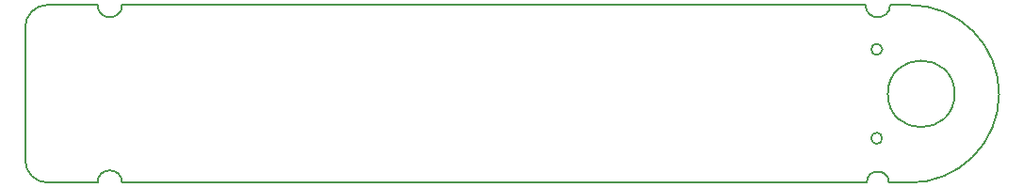
<source format=gko>
G04 #@! TF.GenerationSoftware,KiCad,Pcbnew,(5.1.5-0-10_14)*
G04 #@! TF.CreationDate,2020-02-01T15:51:51-08:00*
G04 #@! TF.ProjectId,10440,31303434-302e-46b6-9963-61645f706362,rev?*
G04 #@! TF.SameCoordinates,Original*
G04 #@! TF.FileFunction,Profile,NP*
%FSLAX46Y46*%
G04 Gerber Fmt 4.6, Leading zero omitted, Abs format (unit mm)*
G04 Created by KiCad (PCBNEW (5.1.5-0-10_14)) date 2020-02-01 15:51:51*
%MOMM*%
%LPD*%
G04 APERTURE LIST*
%ADD10C,0.150000*%
G04 APERTURE END LIST*
D10*
X137624999Y-92004845D02*
X135825000Y-92005000D01*
X135825000Y-92000000D02*
G75*
G02X133625000Y-92000000I-1100000J0D01*
G01*
X133725000Y-108000000D02*
G75*
G02X135725000Y-108000000I1000000J0D01*
G01*
X135125000Y-104000000D02*
G75*
G03X135125000Y-104000000I-500000J0D01*
G01*
X135125000Y-96000000D02*
G75*
G03X135125000Y-96000000I-500000J0D01*
G01*
X64600000Y-108000000D02*
X60100000Y-108000000D01*
X64600000Y-108000000D02*
G75*
G02X66800000Y-108000000I1100000J0D01*
G01*
X64600000Y-92000000D02*
X60100000Y-92000000D01*
X66800000Y-92000000D02*
G75*
G02X64600000Y-92000000I-1100000J0D01*
G01*
X135725000Y-108005000D02*
X137575001Y-108004999D01*
X137624999Y-92004845D02*
G75*
G02X137575001Y-108004999I1J-8000155D01*
G01*
X141625000Y-100005000D02*
G75*
G03X141625000Y-100005000I-3000000J0D01*
G01*
X60100000Y-108000000D02*
G75*
G02X58100000Y-106000000I0J2000000D01*
G01*
X58100000Y-94000000D02*
G75*
G02X60100000Y-92000000I2000000J0D01*
G01*
X58100000Y-94000000D02*
X58100000Y-106000000D01*
X66800000Y-108000000D02*
X133725000Y-108000000D01*
X66800000Y-92000000D02*
X133625000Y-92000000D01*
M02*

</source>
